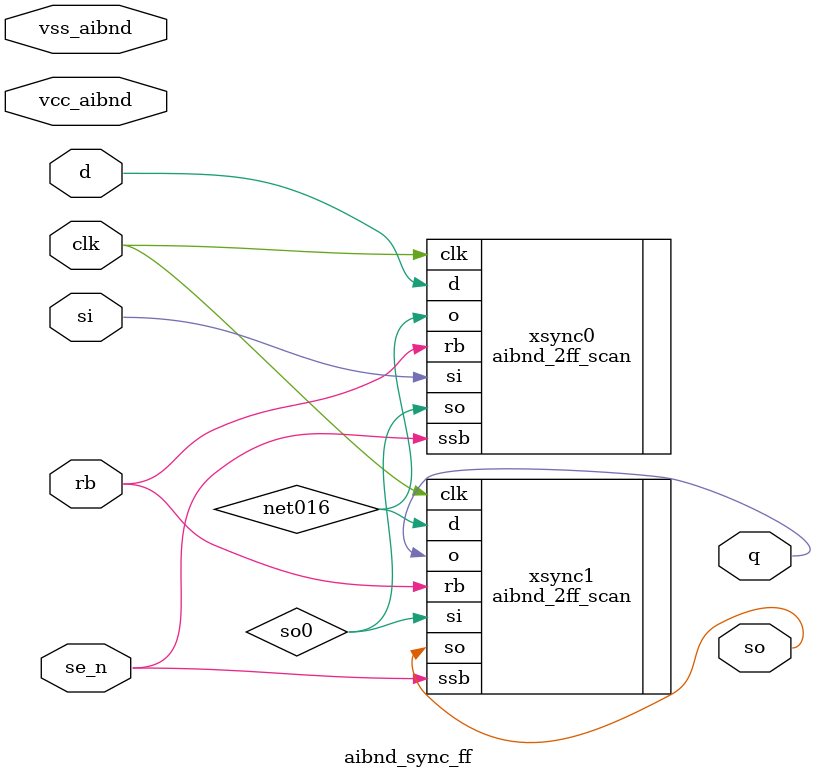
<source format=v>


module aibnd_sync_ff ( q, so, clk, d, rb, se_n, si, vcc_aibnd,
     vss_aibnd );

output  q, so;

input  clk, d, rb, se_n, si, vcc_aibnd, vss_aibnd;


// specify 
//     specparam CDS_LIBNAME  = "aibnd_lib";
//     specparam CDS_CELLNAME = "aibnd_sync_ff";
//     specparam CDS_VIEWNAME = "schematic";
// endspecify

aibnd_2ff_scan  xsync0 ( .d(d), .clk(clk), .o(net016) /*`ifndef INTCNOPWR , .vcc(vcc_aibnd) `endif*/ ,     .rb(rb), .si(si) /*`ifndef INTCNOPWR , .vss(vss_aibnd) `endif*/ , .so(so0), .ssb(se_n));
aibnd_2ff_scan  xsync1 ( .d(net016), .clk(clk), .o(q) /*`ifndef INTCNOPWR , .vcc(vcc_aibnd) `endif*/ ,     .rb(rb), .si(so0) /*`ifndef INTCNOPWR , .vss(vss_aibnd) `endif*/ , .so(so), .ssb(se_n));

endmodule


</source>
